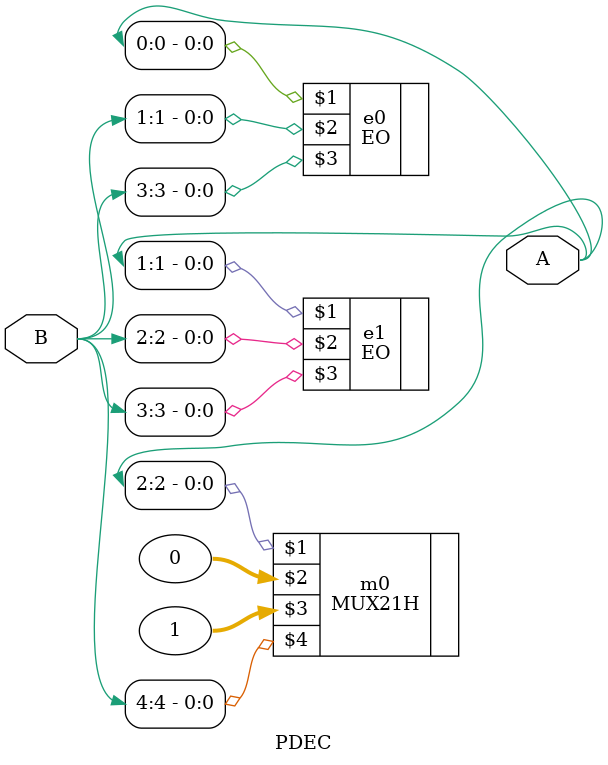
<source format=v>
`timescale 1ns/1ps
module COMPARATOR_51(median, i0, i1, i2, i3, i4);
	//DO NOT CHANGE!
	output [2:0] median;
	input  [5:0] i0, i1, i2, i3, i4;
	//---------------------------------------------------
	//Write your design here
	//assign median = 3'b011;
	wire [9:0] temp, ntemp; 
	wire [4:0] ct;
	
	xorctrl X0(i0,i1,temp[0]);
	xorctrl X1(i0,i2,temp[1]);
	xorctrl X2(i0,i3,temp[2]);
	xorctrl X3(i0,i4,temp[3]);
	xorctrl X4(i1,i2,temp[4]);
	xorctrl X5(i1,i3,temp[5]);
	xorctrl X6(i1,i4,temp[6]);
	xorctrl X7(i2,i3,temp[7]);
	xorctrl X8(i2,i4,temp[8]);
	xorctrl X9(i3,i4,temp[9]);
	
	IV v0(ntemp[0], temp[0]);
	IV v1(ntemp[1], temp[1]);
	IV v2(ntemp[2], temp[2]);
	IV v3(ntemp[3], temp[3]);
	IV v4(ntemp[4], temp[4]);
	IV v5(ntemp[5], temp[5]);
	IV v6(ntemp[6], temp[6]);
	IV v7(ntemp[7], temp[7]);
	IV v8(ntemp[8], temp[8]);
	IV v9(ntemp[9], temp[9]);
	
	CK k0(ct[0], temp[0], temp[1], temp[2], temp[3]);
	CK k1(ct[1], ntemp[0], temp[4], temp[5], temp[6]);
	CK k2(ct[2], ntemp[1], ntemp[4], temp[7], temp[8]);
	CK k3(ct[3], ntemp[2], ntemp[5], ntemp[7], temp[9]);
	CK k4(ct[4], ntemp[3], ntemp[6], ntemp[8], ntemp[9]);
	
	PDEC p0(median, ct);
endmodule



module xorctrl(
	input [8:0] A,
	input [8:0] B,
	output      out
);
	wire [5:0] C;
	wire [5:0] D;
	
	EO xor1(.Z(C[0]),
			.A(A[0]),
			.B(B[0]));
	MUX21H mux1(.Z(D[0]),
				.A(0),
				.B(A[0]),
				.CTRL(C[0]));
	EO xor2(.Z(C[1]),
			.A(A[1]),
			.B(B[1]));
	MUX21H mux2(.Z(D[1]),
				.A(D[0]),
				.B(A[1]),
				.CTRL(C[1]));
	EO xor3(.Z(C[2]),
			.A(A[2]),
			.B(B[2]));
	MUX21H mux3(.Z(D[2]),
				.A(D[1]),
				.B(A[2]),
				.CTRL(C[2]));
	EO xor4(.Z(C[3]),
			.A(A[3]),
			.B(B[3]));
	MUX21H mux4(.Z(D[3]),
				.A(D[2]),
				.B(A[3]),
				.CTRL(C[3]));
	EO xor5(.Z(C[4]),
			.A(A[4]),
			.B(B[4]));
	MUX21H mux5(.Z(D[4]),
				.A(D[3]),
				.B(A[4]),
				.CTRL(C[4]));
	EO xor6(.Z(C[5]),
			.A(A[5]),
			.B(B[5]));
	MUX21H mux6(.Z(out),
				.A(D[4]),
				.B(A[5]),
				.CTRL(C[5]));
        
endmodule

module CK(Z, A, B, C, D);	//1.065
	output	Z;
	input	A, B, C, D;
	wire	U, V, W, X, Y;
	
	EO e0(U, A, B);			//0.343
	EO e1(V, C, D);
	EO e2(W, U, V);			//0.686
	
	AN4 a0(X, A, B, C, D);	//0.371
	NR4	n0(Y, A, B, C, D);	//0.345
	NR3 n1(Z, W, X, Y);		//0.716+0.349
endmodule

module PDEC(A, B);	//1.065
	output	[2:0] A;
	input	[4:0] B;
	
	EO e0(A[0], B[1], B[3]);
	EO e1(A[1], B[2], B[3]);
    MUX21H m0(A[2],0,1,B[4]);
endmodule













</source>
